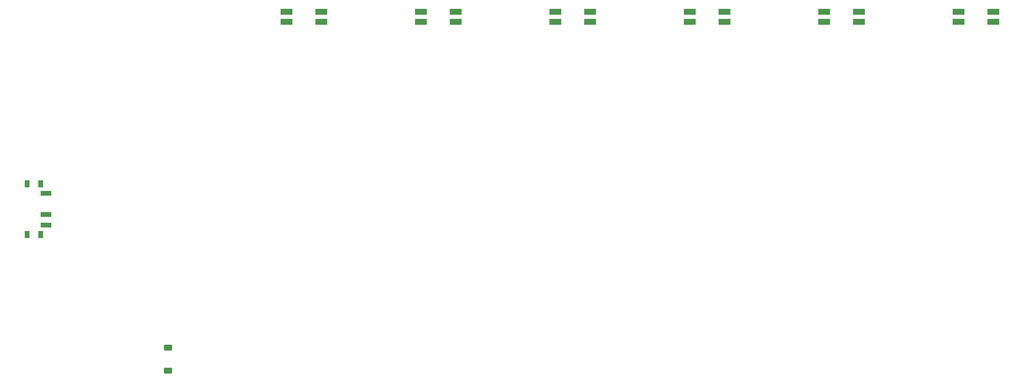
<source format=gtp>
G04 #@! TF.GenerationSoftware,KiCad,Pcbnew,7.0.8*
G04 #@! TF.CreationDate,2023-10-16T23:51:03-07:00*
G04 #@! TF.ProjectId,Seismos_CoreR,53656973-6d6f-4735-9f43-6f7265522e6b,rev?*
G04 #@! TF.SameCoordinates,Original*
G04 #@! TF.FileFunction,Paste,Top*
G04 #@! TF.FilePolarity,Positive*
%FSLAX46Y46*%
G04 Gerber Fmt 4.6, Leading zero omitted, Abs format (unit mm)*
G04 Created by KiCad (PCBNEW 7.0.8) date 2023-10-16 23:51:03*
%MOMM*%
%LPD*%
G01*
G04 APERTURE LIST*
G04 Aperture macros list*
%AMRoundRect*
0 Rectangle with rounded corners*
0 $1 Rounding radius*
0 $2 $3 $4 $5 $6 $7 $8 $9 X,Y pos of 4 corners*
0 Add a 4 corners polygon primitive as box body*
4,1,4,$2,$3,$4,$5,$6,$7,$8,$9,$2,$3,0*
0 Add four circle primitives for the rounded corners*
1,1,$1+$1,$2,$3*
1,1,$1+$1,$4,$5*
1,1,$1+$1,$6,$7*
1,1,$1+$1,$8,$9*
0 Add four rect primitives between the rounded corners*
20,1,$1+$1,$2,$3,$4,$5,0*
20,1,$1+$1,$4,$5,$6,$7,0*
20,1,$1+$1,$6,$7,$8,$9,0*
20,1,$1+$1,$8,$9,$2,$3,0*%
G04 Aperture macros list end*
%ADD10R,1.500000X0.700000*%
%ADD11R,0.800000X1.000000*%
%ADD12RoundRect,0.225000X-0.375000X0.225000X-0.375000X-0.225000X0.375000X-0.225000X0.375000X0.225000X0*%
%ADD13R,1.803400X0.812800*%
G04 APERTURE END LIST*
D10*
X33950000Y-60882000D03*
D11*
X33165000Y-56482000D03*
X31235000Y-56482000D03*
X33165000Y-63782000D03*
X31235000Y-63782000D03*
D10*
X33950000Y-62382000D03*
X33950000Y-57882000D03*
D12*
X51500000Y-80050000D03*
X51500000Y-83350000D03*
D13*
X73501900Y-33249300D03*
X73501900Y-31750700D03*
X68498100Y-31750700D03*
X68498100Y-33249300D03*
X170001900Y-33249300D03*
X170001900Y-31750700D03*
X164998100Y-31750700D03*
X164998100Y-33249300D03*
X131401900Y-33249300D03*
X131401900Y-31750700D03*
X126398100Y-31750700D03*
X126398100Y-33249300D03*
X112101900Y-33249300D03*
X112101900Y-31750700D03*
X107098100Y-31750700D03*
X107098100Y-33249300D03*
X150701900Y-33249300D03*
X150701900Y-31750700D03*
X145698100Y-31750700D03*
X145698100Y-33249300D03*
X92801900Y-33249300D03*
X92801900Y-31750700D03*
X87798100Y-31750700D03*
X87798100Y-33249300D03*
M02*

</source>
